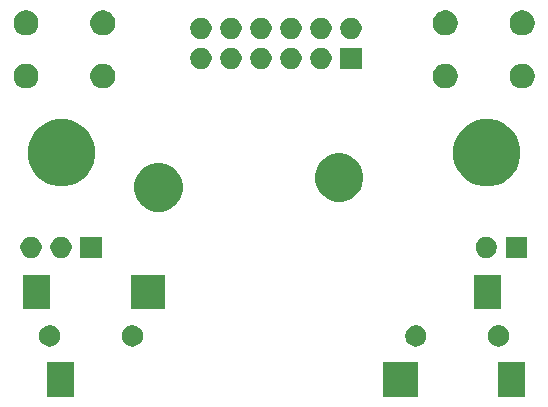
<source format=gbr>
G04 #@! TF.GenerationSoftware,KiCad,Pcbnew,(5.1.5-0-10_14)*
G04 #@! TF.CreationDate,2020-08-02T20:19:12-07:00*
G04 #@! TF.ProjectId,Programmer_Board,50726f67-7261-46d6-9d65-725f426f6172,rev?*
G04 #@! TF.SameCoordinates,Original*
G04 #@! TF.FileFunction,Soldermask,Bot*
G04 #@! TF.FilePolarity,Negative*
%FSLAX46Y46*%
G04 Gerber Fmt 4.6, Leading zero omitted, Abs format (unit mm)*
G04 Created by KiCad (PCBNEW (5.1.5-0-10_14)) date 2020-08-02 20:19:12*
%MOMM*%
%LPD*%
G04 APERTURE LIST*
%ADD10C,0.100000*%
G04 APERTURE END LIST*
D10*
G36*
X145751000Y-93151000D02*
G01*
X143449000Y-93151000D01*
X143449000Y-90249000D01*
X145751000Y-90249000D01*
X145751000Y-93151000D01*
G37*
G36*
X136651000Y-93151000D02*
G01*
X133749000Y-93151000D01*
X133749000Y-90249000D01*
X136651000Y-90249000D01*
X136651000Y-93151000D01*
G37*
G36*
X107551000Y-93151000D02*
G01*
X105249000Y-93151000D01*
X105249000Y-90249000D01*
X107551000Y-90249000D01*
X107551000Y-93151000D01*
G37*
G36*
X143613512Y-87103927D02*
G01*
X143762812Y-87133624D01*
X143926784Y-87201544D01*
X144074354Y-87300147D01*
X144199853Y-87425646D01*
X144298456Y-87573216D01*
X144366376Y-87737188D01*
X144401000Y-87911259D01*
X144401000Y-88088741D01*
X144366376Y-88262812D01*
X144298456Y-88426784D01*
X144199853Y-88574354D01*
X144074354Y-88699853D01*
X143926784Y-88798456D01*
X143762812Y-88866376D01*
X143613512Y-88896073D01*
X143588742Y-88901000D01*
X143411258Y-88901000D01*
X143386488Y-88896073D01*
X143237188Y-88866376D01*
X143073216Y-88798456D01*
X142925646Y-88699853D01*
X142800147Y-88574354D01*
X142701544Y-88426784D01*
X142633624Y-88262812D01*
X142599000Y-88088741D01*
X142599000Y-87911259D01*
X142633624Y-87737188D01*
X142701544Y-87573216D01*
X142800147Y-87425646D01*
X142925646Y-87300147D01*
X143073216Y-87201544D01*
X143237188Y-87133624D01*
X143386488Y-87103927D01*
X143411258Y-87099000D01*
X143588742Y-87099000D01*
X143613512Y-87103927D01*
G37*
G36*
X136613512Y-87103927D02*
G01*
X136762812Y-87133624D01*
X136926784Y-87201544D01*
X137074354Y-87300147D01*
X137199853Y-87425646D01*
X137298456Y-87573216D01*
X137366376Y-87737188D01*
X137401000Y-87911259D01*
X137401000Y-88088741D01*
X137366376Y-88262812D01*
X137298456Y-88426784D01*
X137199853Y-88574354D01*
X137074354Y-88699853D01*
X136926784Y-88798456D01*
X136762812Y-88866376D01*
X136613512Y-88896073D01*
X136588742Y-88901000D01*
X136411258Y-88901000D01*
X136386488Y-88896073D01*
X136237188Y-88866376D01*
X136073216Y-88798456D01*
X135925646Y-88699853D01*
X135800147Y-88574354D01*
X135701544Y-88426784D01*
X135633624Y-88262812D01*
X135599000Y-88088741D01*
X135599000Y-87911259D01*
X135633624Y-87737188D01*
X135701544Y-87573216D01*
X135800147Y-87425646D01*
X135925646Y-87300147D01*
X136073216Y-87201544D01*
X136237188Y-87133624D01*
X136386488Y-87103927D01*
X136411258Y-87099000D01*
X136588742Y-87099000D01*
X136613512Y-87103927D01*
G37*
G36*
X112613512Y-87103927D02*
G01*
X112762812Y-87133624D01*
X112926784Y-87201544D01*
X113074354Y-87300147D01*
X113199853Y-87425646D01*
X113298456Y-87573216D01*
X113366376Y-87737188D01*
X113401000Y-87911259D01*
X113401000Y-88088741D01*
X113366376Y-88262812D01*
X113298456Y-88426784D01*
X113199853Y-88574354D01*
X113074354Y-88699853D01*
X112926784Y-88798456D01*
X112762812Y-88866376D01*
X112613512Y-88896073D01*
X112588742Y-88901000D01*
X112411258Y-88901000D01*
X112386488Y-88896073D01*
X112237188Y-88866376D01*
X112073216Y-88798456D01*
X111925646Y-88699853D01*
X111800147Y-88574354D01*
X111701544Y-88426784D01*
X111633624Y-88262812D01*
X111599000Y-88088741D01*
X111599000Y-87911259D01*
X111633624Y-87737188D01*
X111701544Y-87573216D01*
X111800147Y-87425646D01*
X111925646Y-87300147D01*
X112073216Y-87201544D01*
X112237188Y-87133624D01*
X112386488Y-87103927D01*
X112411258Y-87099000D01*
X112588742Y-87099000D01*
X112613512Y-87103927D01*
G37*
G36*
X105613512Y-87103927D02*
G01*
X105762812Y-87133624D01*
X105926784Y-87201544D01*
X106074354Y-87300147D01*
X106199853Y-87425646D01*
X106298456Y-87573216D01*
X106366376Y-87737188D01*
X106401000Y-87911259D01*
X106401000Y-88088741D01*
X106366376Y-88262812D01*
X106298456Y-88426784D01*
X106199853Y-88574354D01*
X106074354Y-88699853D01*
X105926784Y-88798456D01*
X105762812Y-88866376D01*
X105613512Y-88896073D01*
X105588742Y-88901000D01*
X105411258Y-88901000D01*
X105386488Y-88896073D01*
X105237188Y-88866376D01*
X105073216Y-88798456D01*
X104925646Y-88699853D01*
X104800147Y-88574354D01*
X104701544Y-88426784D01*
X104633624Y-88262812D01*
X104599000Y-88088741D01*
X104599000Y-87911259D01*
X104633624Y-87737188D01*
X104701544Y-87573216D01*
X104800147Y-87425646D01*
X104925646Y-87300147D01*
X105073216Y-87201544D01*
X105237188Y-87133624D01*
X105386488Y-87103927D01*
X105411258Y-87099000D01*
X105588742Y-87099000D01*
X105613512Y-87103927D01*
G37*
G36*
X143751000Y-85751000D02*
G01*
X141449000Y-85751000D01*
X141449000Y-82849000D01*
X143751000Y-82849000D01*
X143751000Y-85751000D01*
G37*
G36*
X115251000Y-85751000D02*
G01*
X112349000Y-85751000D01*
X112349000Y-82849000D01*
X115251000Y-82849000D01*
X115251000Y-85751000D01*
G37*
G36*
X105551000Y-85751000D02*
G01*
X103249000Y-85751000D01*
X103249000Y-82849000D01*
X105551000Y-82849000D01*
X105551000Y-85751000D01*
G37*
G36*
X142573512Y-79603927D02*
G01*
X142722812Y-79633624D01*
X142886784Y-79701544D01*
X143034354Y-79800147D01*
X143159853Y-79925646D01*
X143258456Y-80073216D01*
X143326376Y-80237188D01*
X143361000Y-80411259D01*
X143361000Y-80588741D01*
X143326376Y-80762812D01*
X143258456Y-80926784D01*
X143159853Y-81074354D01*
X143034354Y-81199853D01*
X142886784Y-81298456D01*
X142722812Y-81366376D01*
X142573512Y-81396073D01*
X142548742Y-81401000D01*
X142371258Y-81401000D01*
X142346488Y-81396073D01*
X142197188Y-81366376D01*
X142033216Y-81298456D01*
X141885646Y-81199853D01*
X141760147Y-81074354D01*
X141661544Y-80926784D01*
X141593624Y-80762812D01*
X141559000Y-80588741D01*
X141559000Y-80411259D01*
X141593624Y-80237188D01*
X141661544Y-80073216D01*
X141760147Y-79925646D01*
X141885646Y-79800147D01*
X142033216Y-79701544D01*
X142197188Y-79633624D01*
X142346488Y-79603927D01*
X142371258Y-79599000D01*
X142548742Y-79599000D01*
X142573512Y-79603927D01*
G37*
G36*
X145901000Y-81401000D02*
G01*
X144099000Y-81401000D01*
X144099000Y-79599000D01*
X145901000Y-79599000D01*
X145901000Y-81401000D01*
G37*
G36*
X104033512Y-79603927D02*
G01*
X104182812Y-79633624D01*
X104346784Y-79701544D01*
X104494354Y-79800147D01*
X104619853Y-79925646D01*
X104718456Y-80073216D01*
X104786376Y-80237188D01*
X104821000Y-80411259D01*
X104821000Y-80588741D01*
X104786376Y-80762812D01*
X104718456Y-80926784D01*
X104619853Y-81074354D01*
X104494354Y-81199853D01*
X104346784Y-81298456D01*
X104182812Y-81366376D01*
X104033512Y-81396073D01*
X104008742Y-81401000D01*
X103831258Y-81401000D01*
X103806488Y-81396073D01*
X103657188Y-81366376D01*
X103493216Y-81298456D01*
X103345646Y-81199853D01*
X103220147Y-81074354D01*
X103121544Y-80926784D01*
X103053624Y-80762812D01*
X103019000Y-80588741D01*
X103019000Y-80411259D01*
X103053624Y-80237188D01*
X103121544Y-80073216D01*
X103220147Y-79925646D01*
X103345646Y-79800147D01*
X103493216Y-79701544D01*
X103657188Y-79633624D01*
X103806488Y-79603927D01*
X103831258Y-79599000D01*
X104008742Y-79599000D01*
X104033512Y-79603927D01*
G37*
G36*
X106573512Y-79603927D02*
G01*
X106722812Y-79633624D01*
X106886784Y-79701544D01*
X107034354Y-79800147D01*
X107159853Y-79925646D01*
X107258456Y-80073216D01*
X107326376Y-80237188D01*
X107361000Y-80411259D01*
X107361000Y-80588741D01*
X107326376Y-80762812D01*
X107258456Y-80926784D01*
X107159853Y-81074354D01*
X107034354Y-81199853D01*
X106886784Y-81298456D01*
X106722812Y-81366376D01*
X106573512Y-81396073D01*
X106548742Y-81401000D01*
X106371258Y-81401000D01*
X106346488Y-81396073D01*
X106197188Y-81366376D01*
X106033216Y-81298456D01*
X105885646Y-81199853D01*
X105760147Y-81074354D01*
X105661544Y-80926784D01*
X105593624Y-80762812D01*
X105559000Y-80588741D01*
X105559000Y-80411259D01*
X105593624Y-80237188D01*
X105661544Y-80073216D01*
X105760147Y-79925646D01*
X105885646Y-79800147D01*
X106033216Y-79701544D01*
X106197188Y-79633624D01*
X106346488Y-79603927D01*
X106371258Y-79599000D01*
X106548742Y-79599000D01*
X106573512Y-79603927D01*
G37*
G36*
X109901000Y-81401000D02*
G01*
X108099000Y-81401000D01*
X108099000Y-79599000D01*
X109901000Y-79599000D01*
X109901000Y-81401000D01*
G37*
G36*
X115308254Y-73447818D02*
G01*
X115681511Y-73602426D01*
X115681513Y-73602427D01*
X116017436Y-73826884D01*
X116303116Y-74112564D01*
X116493835Y-74397994D01*
X116527574Y-74448489D01*
X116682182Y-74821746D01*
X116761000Y-75217993D01*
X116761000Y-75622007D01*
X116682182Y-76018254D01*
X116527574Y-76391511D01*
X116527573Y-76391513D01*
X116303116Y-76727436D01*
X116017436Y-77013116D01*
X115681513Y-77237573D01*
X115681512Y-77237574D01*
X115681511Y-77237574D01*
X115308254Y-77392182D01*
X114912007Y-77471000D01*
X114507993Y-77471000D01*
X114111746Y-77392182D01*
X113738489Y-77237574D01*
X113738488Y-77237574D01*
X113738487Y-77237573D01*
X113402564Y-77013116D01*
X113116884Y-76727436D01*
X112892427Y-76391513D01*
X112892426Y-76391511D01*
X112737818Y-76018254D01*
X112659000Y-75622007D01*
X112659000Y-75217993D01*
X112737818Y-74821746D01*
X112892426Y-74448489D01*
X112926166Y-74397994D01*
X113116884Y-74112564D01*
X113402564Y-73826884D01*
X113738487Y-73602427D01*
X113738489Y-73602426D01*
X114111746Y-73447818D01*
X114507993Y-73369000D01*
X114912007Y-73369000D01*
X115308254Y-73447818D01*
G37*
G36*
X130598254Y-72627818D02*
G01*
X130967583Y-72780799D01*
X130971513Y-72782427D01*
X131307436Y-73006884D01*
X131593116Y-73292564D01*
X131800160Y-73602426D01*
X131817574Y-73628489D01*
X131972182Y-74001746D01*
X132051000Y-74397993D01*
X132051000Y-74802007D01*
X131972182Y-75198254D01*
X131817574Y-75571511D01*
X131817573Y-75571513D01*
X131593116Y-75907436D01*
X131307436Y-76193116D01*
X130971513Y-76417573D01*
X130971512Y-76417574D01*
X130971511Y-76417574D01*
X130598254Y-76572182D01*
X130202007Y-76651000D01*
X129797993Y-76651000D01*
X129401746Y-76572182D01*
X129028489Y-76417574D01*
X129028488Y-76417574D01*
X129028487Y-76417573D01*
X128692564Y-76193116D01*
X128406884Y-75907436D01*
X128182427Y-75571513D01*
X128182426Y-75571511D01*
X128027818Y-75198254D01*
X127949000Y-74802007D01*
X127949000Y-74397993D01*
X128027818Y-74001746D01*
X128182426Y-73628489D01*
X128199841Y-73602426D01*
X128406884Y-73292564D01*
X128692564Y-73006884D01*
X129028487Y-72782427D01*
X129032417Y-72780799D01*
X129401746Y-72627818D01*
X129797993Y-72549000D01*
X130202007Y-72549000D01*
X130598254Y-72627818D01*
G37*
G36*
X143331606Y-69758562D02*
G01*
X143850455Y-69973476D01*
X144317407Y-70285484D01*
X144714516Y-70682593D01*
X145026524Y-71149545D01*
X145241438Y-71668394D01*
X145241438Y-71668395D01*
X145351000Y-72219200D01*
X145351000Y-72780800D01*
X145350676Y-72782427D01*
X145241438Y-73331606D01*
X145026524Y-73850455D01*
X144714516Y-74317407D01*
X144317407Y-74714516D01*
X143850455Y-75026524D01*
X143331606Y-75241438D01*
X142780800Y-75351000D01*
X142219200Y-75351000D01*
X141668394Y-75241438D01*
X141149545Y-75026524D01*
X140682593Y-74714516D01*
X140285484Y-74317407D01*
X139973476Y-73850455D01*
X139758562Y-73331606D01*
X139649324Y-72782427D01*
X139649000Y-72780800D01*
X139649000Y-72219200D01*
X139758562Y-71668395D01*
X139758562Y-71668394D01*
X139973476Y-71149545D01*
X140285484Y-70682593D01*
X140682593Y-70285484D01*
X141149545Y-69973476D01*
X141668394Y-69758562D01*
X142219200Y-69649000D01*
X142780800Y-69649000D01*
X143331606Y-69758562D01*
G37*
G36*
X107331606Y-69758562D02*
G01*
X107850455Y-69973476D01*
X108317407Y-70285484D01*
X108714516Y-70682593D01*
X109026524Y-71149545D01*
X109241438Y-71668394D01*
X109241438Y-71668395D01*
X109351000Y-72219200D01*
X109351000Y-72780800D01*
X109350676Y-72782427D01*
X109241438Y-73331606D01*
X109026524Y-73850455D01*
X108714516Y-74317407D01*
X108317407Y-74714516D01*
X107850455Y-75026524D01*
X107331606Y-75241438D01*
X106780800Y-75351000D01*
X106219200Y-75351000D01*
X105668394Y-75241438D01*
X105149545Y-75026524D01*
X104682593Y-74714516D01*
X104285484Y-74317407D01*
X103973476Y-73850455D01*
X103758562Y-73331606D01*
X103649324Y-72782427D01*
X103649000Y-72780800D01*
X103649000Y-72219200D01*
X103758562Y-71668395D01*
X103758562Y-71668394D01*
X103973476Y-71149545D01*
X104285484Y-70682593D01*
X104682593Y-70285484D01*
X105149545Y-69973476D01*
X105668394Y-69758562D01*
X106219200Y-69649000D01*
X106780800Y-69649000D01*
X107331606Y-69758562D01*
G37*
G36*
X110306564Y-64989389D02*
G01*
X110497833Y-65068615D01*
X110497835Y-65068616D01*
X110669973Y-65183635D01*
X110816365Y-65330027D01*
X110931385Y-65502167D01*
X111010611Y-65693436D01*
X111051000Y-65896484D01*
X111051000Y-66103516D01*
X111010611Y-66306564D01*
X110931385Y-66497833D01*
X110931384Y-66497835D01*
X110816365Y-66669973D01*
X110669973Y-66816365D01*
X110497835Y-66931384D01*
X110497834Y-66931385D01*
X110497833Y-66931385D01*
X110306564Y-67010611D01*
X110103516Y-67051000D01*
X109896484Y-67051000D01*
X109693436Y-67010611D01*
X109502167Y-66931385D01*
X109502166Y-66931385D01*
X109502165Y-66931384D01*
X109330027Y-66816365D01*
X109183635Y-66669973D01*
X109068616Y-66497835D01*
X109068615Y-66497833D01*
X108989389Y-66306564D01*
X108949000Y-66103516D01*
X108949000Y-65896484D01*
X108989389Y-65693436D01*
X109068615Y-65502167D01*
X109183635Y-65330027D01*
X109330027Y-65183635D01*
X109502165Y-65068616D01*
X109502167Y-65068615D01*
X109693436Y-64989389D01*
X109896484Y-64949000D01*
X110103516Y-64949000D01*
X110306564Y-64989389D01*
G37*
G36*
X139306564Y-64989389D02*
G01*
X139497833Y-65068615D01*
X139497835Y-65068616D01*
X139669973Y-65183635D01*
X139816365Y-65330027D01*
X139931385Y-65502167D01*
X140010611Y-65693436D01*
X140051000Y-65896484D01*
X140051000Y-66103516D01*
X140010611Y-66306564D01*
X139931385Y-66497833D01*
X139931384Y-66497835D01*
X139816365Y-66669973D01*
X139669973Y-66816365D01*
X139497835Y-66931384D01*
X139497834Y-66931385D01*
X139497833Y-66931385D01*
X139306564Y-67010611D01*
X139103516Y-67051000D01*
X138896484Y-67051000D01*
X138693436Y-67010611D01*
X138502167Y-66931385D01*
X138502166Y-66931385D01*
X138502165Y-66931384D01*
X138330027Y-66816365D01*
X138183635Y-66669973D01*
X138068616Y-66497835D01*
X138068615Y-66497833D01*
X137989389Y-66306564D01*
X137949000Y-66103516D01*
X137949000Y-65896484D01*
X137989389Y-65693436D01*
X138068615Y-65502167D01*
X138183635Y-65330027D01*
X138330027Y-65183635D01*
X138502165Y-65068616D01*
X138502167Y-65068615D01*
X138693436Y-64989389D01*
X138896484Y-64949000D01*
X139103516Y-64949000D01*
X139306564Y-64989389D01*
G37*
G36*
X103806564Y-64989389D02*
G01*
X103997833Y-65068615D01*
X103997835Y-65068616D01*
X104169973Y-65183635D01*
X104316365Y-65330027D01*
X104431385Y-65502167D01*
X104510611Y-65693436D01*
X104551000Y-65896484D01*
X104551000Y-66103516D01*
X104510611Y-66306564D01*
X104431385Y-66497833D01*
X104431384Y-66497835D01*
X104316365Y-66669973D01*
X104169973Y-66816365D01*
X103997835Y-66931384D01*
X103997834Y-66931385D01*
X103997833Y-66931385D01*
X103806564Y-67010611D01*
X103603516Y-67051000D01*
X103396484Y-67051000D01*
X103193436Y-67010611D01*
X103002167Y-66931385D01*
X103002166Y-66931385D01*
X103002165Y-66931384D01*
X102830027Y-66816365D01*
X102683635Y-66669973D01*
X102568616Y-66497835D01*
X102568615Y-66497833D01*
X102489389Y-66306564D01*
X102449000Y-66103516D01*
X102449000Y-65896484D01*
X102489389Y-65693436D01*
X102568615Y-65502167D01*
X102683635Y-65330027D01*
X102830027Y-65183635D01*
X103002165Y-65068616D01*
X103002167Y-65068615D01*
X103193436Y-64989389D01*
X103396484Y-64949000D01*
X103603516Y-64949000D01*
X103806564Y-64989389D01*
G37*
G36*
X145806564Y-64989389D02*
G01*
X145997833Y-65068615D01*
X145997835Y-65068616D01*
X146169973Y-65183635D01*
X146316365Y-65330027D01*
X146431385Y-65502167D01*
X146510611Y-65693436D01*
X146551000Y-65896484D01*
X146551000Y-66103516D01*
X146510611Y-66306564D01*
X146431385Y-66497833D01*
X146431384Y-66497835D01*
X146316365Y-66669973D01*
X146169973Y-66816365D01*
X145997835Y-66931384D01*
X145997834Y-66931385D01*
X145997833Y-66931385D01*
X145806564Y-67010611D01*
X145603516Y-67051000D01*
X145396484Y-67051000D01*
X145193436Y-67010611D01*
X145002167Y-66931385D01*
X145002166Y-66931385D01*
X145002165Y-66931384D01*
X144830027Y-66816365D01*
X144683635Y-66669973D01*
X144568616Y-66497835D01*
X144568615Y-66497833D01*
X144489389Y-66306564D01*
X144449000Y-66103516D01*
X144449000Y-65896484D01*
X144489389Y-65693436D01*
X144568615Y-65502167D01*
X144683635Y-65330027D01*
X144830027Y-65183635D01*
X145002165Y-65068616D01*
X145002167Y-65068615D01*
X145193436Y-64989389D01*
X145396484Y-64949000D01*
X145603516Y-64949000D01*
X145806564Y-64989389D01*
G37*
G36*
X131901000Y-65401000D02*
G01*
X130099000Y-65401000D01*
X130099000Y-63599000D01*
X131901000Y-63599000D01*
X131901000Y-65401000D01*
G37*
G36*
X128573512Y-63603927D02*
G01*
X128722812Y-63633624D01*
X128886784Y-63701544D01*
X129034354Y-63800147D01*
X129159853Y-63925646D01*
X129258456Y-64073216D01*
X129326376Y-64237188D01*
X129361000Y-64411259D01*
X129361000Y-64588741D01*
X129326376Y-64762812D01*
X129258456Y-64926784D01*
X129159853Y-65074354D01*
X129034354Y-65199853D01*
X128886784Y-65298456D01*
X128722812Y-65366376D01*
X128573512Y-65396073D01*
X128548742Y-65401000D01*
X128371258Y-65401000D01*
X128346488Y-65396073D01*
X128197188Y-65366376D01*
X128033216Y-65298456D01*
X127885646Y-65199853D01*
X127760147Y-65074354D01*
X127661544Y-64926784D01*
X127593624Y-64762812D01*
X127559000Y-64588741D01*
X127559000Y-64411259D01*
X127593624Y-64237188D01*
X127661544Y-64073216D01*
X127760147Y-63925646D01*
X127885646Y-63800147D01*
X128033216Y-63701544D01*
X128197188Y-63633624D01*
X128346488Y-63603927D01*
X128371258Y-63599000D01*
X128548742Y-63599000D01*
X128573512Y-63603927D01*
G37*
G36*
X126033512Y-63603927D02*
G01*
X126182812Y-63633624D01*
X126346784Y-63701544D01*
X126494354Y-63800147D01*
X126619853Y-63925646D01*
X126718456Y-64073216D01*
X126786376Y-64237188D01*
X126821000Y-64411259D01*
X126821000Y-64588741D01*
X126786376Y-64762812D01*
X126718456Y-64926784D01*
X126619853Y-65074354D01*
X126494354Y-65199853D01*
X126346784Y-65298456D01*
X126182812Y-65366376D01*
X126033512Y-65396073D01*
X126008742Y-65401000D01*
X125831258Y-65401000D01*
X125806488Y-65396073D01*
X125657188Y-65366376D01*
X125493216Y-65298456D01*
X125345646Y-65199853D01*
X125220147Y-65074354D01*
X125121544Y-64926784D01*
X125053624Y-64762812D01*
X125019000Y-64588741D01*
X125019000Y-64411259D01*
X125053624Y-64237188D01*
X125121544Y-64073216D01*
X125220147Y-63925646D01*
X125345646Y-63800147D01*
X125493216Y-63701544D01*
X125657188Y-63633624D01*
X125806488Y-63603927D01*
X125831258Y-63599000D01*
X126008742Y-63599000D01*
X126033512Y-63603927D01*
G37*
G36*
X118413512Y-63603927D02*
G01*
X118562812Y-63633624D01*
X118726784Y-63701544D01*
X118874354Y-63800147D01*
X118999853Y-63925646D01*
X119098456Y-64073216D01*
X119166376Y-64237188D01*
X119201000Y-64411259D01*
X119201000Y-64588741D01*
X119166376Y-64762812D01*
X119098456Y-64926784D01*
X118999853Y-65074354D01*
X118874354Y-65199853D01*
X118726784Y-65298456D01*
X118562812Y-65366376D01*
X118413512Y-65396073D01*
X118388742Y-65401000D01*
X118211258Y-65401000D01*
X118186488Y-65396073D01*
X118037188Y-65366376D01*
X117873216Y-65298456D01*
X117725646Y-65199853D01*
X117600147Y-65074354D01*
X117501544Y-64926784D01*
X117433624Y-64762812D01*
X117399000Y-64588741D01*
X117399000Y-64411259D01*
X117433624Y-64237188D01*
X117501544Y-64073216D01*
X117600147Y-63925646D01*
X117725646Y-63800147D01*
X117873216Y-63701544D01*
X118037188Y-63633624D01*
X118186488Y-63603927D01*
X118211258Y-63599000D01*
X118388742Y-63599000D01*
X118413512Y-63603927D01*
G37*
G36*
X123493512Y-63603927D02*
G01*
X123642812Y-63633624D01*
X123806784Y-63701544D01*
X123954354Y-63800147D01*
X124079853Y-63925646D01*
X124178456Y-64073216D01*
X124246376Y-64237188D01*
X124281000Y-64411259D01*
X124281000Y-64588741D01*
X124246376Y-64762812D01*
X124178456Y-64926784D01*
X124079853Y-65074354D01*
X123954354Y-65199853D01*
X123806784Y-65298456D01*
X123642812Y-65366376D01*
X123493512Y-65396073D01*
X123468742Y-65401000D01*
X123291258Y-65401000D01*
X123266488Y-65396073D01*
X123117188Y-65366376D01*
X122953216Y-65298456D01*
X122805646Y-65199853D01*
X122680147Y-65074354D01*
X122581544Y-64926784D01*
X122513624Y-64762812D01*
X122479000Y-64588741D01*
X122479000Y-64411259D01*
X122513624Y-64237188D01*
X122581544Y-64073216D01*
X122680147Y-63925646D01*
X122805646Y-63800147D01*
X122953216Y-63701544D01*
X123117188Y-63633624D01*
X123266488Y-63603927D01*
X123291258Y-63599000D01*
X123468742Y-63599000D01*
X123493512Y-63603927D01*
G37*
G36*
X120953512Y-63603927D02*
G01*
X121102812Y-63633624D01*
X121266784Y-63701544D01*
X121414354Y-63800147D01*
X121539853Y-63925646D01*
X121638456Y-64073216D01*
X121706376Y-64237188D01*
X121741000Y-64411259D01*
X121741000Y-64588741D01*
X121706376Y-64762812D01*
X121638456Y-64926784D01*
X121539853Y-65074354D01*
X121414354Y-65199853D01*
X121266784Y-65298456D01*
X121102812Y-65366376D01*
X120953512Y-65396073D01*
X120928742Y-65401000D01*
X120751258Y-65401000D01*
X120726488Y-65396073D01*
X120577188Y-65366376D01*
X120413216Y-65298456D01*
X120265646Y-65199853D01*
X120140147Y-65074354D01*
X120041544Y-64926784D01*
X119973624Y-64762812D01*
X119939000Y-64588741D01*
X119939000Y-64411259D01*
X119973624Y-64237188D01*
X120041544Y-64073216D01*
X120140147Y-63925646D01*
X120265646Y-63800147D01*
X120413216Y-63701544D01*
X120577188Y-63633624D01*
X120726488Y-63603927D01*
X120751258Y-63599000D01*
X120928742Y-63599000D01*
X120953512Y-63603927D01*
G37*
G36*
X126033512Y-61063927D02*
G01*
X126182812Y-61093624D01*
X126346784Y-61161544D01*
X126494354Y-61260147D01*
X126619853Y-61385646D01*
X126718456Y-61533216D01*
X126786376Y-61697188D01*
X126821000Y-61871259D01*
X126821000Y-62048741D01*
X126786376Y-62222812D01*
X126718456Y-62386784D01*
X126619853Y-62534354D01*
X126494354Y-62659853D01*
X126346784Y-62758456D01*
X126182812Y-62826376D01*
X126033512Y-62856073D01*
X126008742Y-62861000D01*
X125831258Y-62861000D01*
X125806488Y-62856073D01*
X125657188Y-62826376D01*
X125493216Y-62758456D01*
X125345646Y-62659853D01*
X125220147Y-62534354D01*
X125121544Y-62386784D01*
X125053624Y-62222812D01*
X125019000Y-62048741D01*
X125019000Y-61871259D01*
X125053624Y-61697188D01*
X125121544Y-61533216D01*
X125220147Y-61385646D01*
X125345646Y-61260147D01*
X125493216Y-61161544D01*
X125657188Y-61093624D01*
X125806488Y-61063927D01*
X125831258Y-61059000D01*
X126008742Y-61059000D01*
X126033512Y-61063927D01*
G37*
G36*
X131113512Y-61063927D02*
G01*
X131262812Y-61093624D01*
X131426784Y-61161544D01*
X131574354Y-61260147D01*
X131699853Y-61385646D01*
X131798456Y-61533216D01*
X131866376Y-61697188D01*
X131901000Y-61871259D01*
X131901000Y-62048741D01*
X131866376Y-62222812D01*
X131798456Y-62386784D01*
X131699853Y-62534354D01*
X131574354Y-62659853D01*
X131426784Y-62758456D01*
X131262812Y-62826376D01*
X131113512Y-62856073D01*
X131088742Y-62861000D01*
X130911258Y-62861000D01*
X130886488Y-62856073D01*
X130737188Y-62826376D01*
X130573216Y-62758456D01*
X130425646Y-62659853D01*
X130300147Y-62534354D01*
X130201544Y-62386784D01*
X130133624Y-62222812D01*
X130099000Y-62048741D01*
X130099000Y-61871259D01*
X130133624Y-61697188D01*
X130201544Y-61533216D01*
X130300147Y-61385646D01*
X130425646Y-61260147D01*
X130573216Y-61161544D01*
X130737188Y-61093624D01*
X130886488Y-61063927D01*
X130911258Y-61059000D01*
X131088742Y-61059000D01*
X131113512Y-61063927D01*
G37*
G36*
X128573512Y-61063927D02*
G01*
X128722812Y-61093624D01*
X128886784Y-61161544D01*
X129034354Y-61260147D01*
X129159853Y-61385646D01*
X129258456Y-61533216D01*
X129326376Y-61697188D01*
X129361000Y-61871259D01*
X129361000Y-62048741D01*
X129326376Y-62222812D01*
X129258456Y-62386784D01*
X129159853Y-62534354D01*
X129034354Y-62659853D01*
X128886784Y-62758456D01*
X128722812Y-62826376D01*
X128573512Y-62856073D01*
X128548742Y-62861000D01*
X128371258Y-62861000D01*
X128346488Y-62856073D01*
X128197188Y-62826376D01*
X128033216Y-62758456D01*
X127885646Y-62659853D01*
X127760147Y-62534354D01*
X127661544Y-62386784D01*
X127593624Y-62222812D01*
X127559000Y-62048741D01*
X127559000Y-61871259D01*
X127593624Y-61697188D01*
X127661544Y-61533216D01*
X127760147Y-61385646D01*
X127885646Y-61260147D01*
X128033216Y-61161544D01*
X128197188Y-61093624D01*
X128346488Y-61063927D01*
X128371258Y-61059000D01*
X128548742Y-61059000D01*
X128573512Y-61063927D01*
G37*
G36*
X118413512Y-61063927D02*
G01*
X118562812Y-61093624D01*
X118726784Y-61161544D01*
X118874354Y-61260147D01*
X118999853Y-61385646D01*
X119098456Y-61533216D01*
X119166376Y-61697188D01*
X119201000Y-61871259D01*
X119201000Y-62048741D01*
X119166376Y-62222812D01*
X119098456Y-62386784D01*
X118999853Y-62534354D01*
X118874354Y-62659853D01*
X118726784Y-62758456D01*
X118562812Y-62826376D01*
X118413512Y-62856073D01*
X118388742Y-62861000D01*
X118211258Y-62861000D01*
X118186488Y-62856073D01*
X118037188Y-62826376D01*
X117873216Y-62758456D01*
X117725646Y-62659853D01*
X117600147Y-62534354D01*
X117501544Y-62386784D01*
X117433624Y-62222812D01*
X117399000Y-62048741D01*
X117399000Y-61871259D01*
X117433624Y-61697188D01*
X117501544Y-61533216D01*
X117600147Y-61385646D01*
X117725646Y-61260147D01*
X117873216Y-61161544D01*
X118037188Y-61093624D01*
X118186488Y-61063927D01*
X118211258Y-61059000D01*
X118388742Y-61059000D01*
X118413512Y-61063927D01*
G37*
G36*
X120953512Y-61063927D02*
G01*
X121102812Y-61093624D01*
X121266784Y-61161544D01*
X121414354Y-61260147D01*
X121539853Y-61385646D01*
X121638456Y-61533216D01*
X121706376Y-61697188D01*
X121741000Y-61871259D01*
X121741000Y-62048741D01*
X121706376Y-62222812D01*
X121638456Y-62386784D01*
X121539853Y-62534354D01*
X121414354Y-62659853D01*
X121266784Y-62758456D01*
X121102812Y-62826376D01*
X120953512Y-62856073D01*
X120928742Y-62861000D01*
X120751258Y-62861000D01*
X120726488Y-62856073D01*
X120577188Y-62826376D01*
X120413216Y-62758456D01*
X120265646Y-62659853D01*
X120140147Y-62534354D01*
X120041544Y-62386784D01*
X119973624Y-62222812D01*
X119939000Y-62048741D01*
X119939000Y-61871259D01*
X119973624Y-61697188D01*
X120041544Y-61533216D01*
X120140147Y-61385646D01*
X120265646Y-61260147D01*
X120413216Y-61161544D01*
X120577188Y-61093624D01*
X120726488Y-61063927D01*
X120751258Y-61059000D01*
X120928742Y-61059000D01*
X120953512Y-61063927D01*
G37*
G36*
X123493512Y-61063927D02*
G01*
X123642812Y-61093624D01*
X123806784Y-61161544D01*
X123954354Y-61260147D01*
X124079853Y-61385646D01*
X124178456Y-61533216D01*
X124246376Y-61697188D01*
X124281000Y-61871259D01*
X124281000Y-62048741D01*
X124246376Y-62222812D01*
X124178456Y-62386784D01*
X124079853Y-62534354D01*
X123954354Y-62659853D01*
X123806784Y-62758456D01*
X123642812Y-62826376D01*
X123493512Y-62856073D01*
X123468742Y-62861000D01*
X123291258Y-62861000D01*
X123266488Y-62856073D01*
X123117188Y-62826376D01*
X122953216Y-62758456D01*
X122805646Y-62659853D01*
X122680147Y-62534354D01*
X122581544Y-62386784D01*
X122513624Y-62222812D01*
X122479000Y-62048741D01*
X122479000Y-61871259D01*
X122513624Y-61697188D01*
X122581544Y-61533216D01*
X122680147Y-61385646D01*
X122805646Y-61260147D01*
X122953216Y-61161544D01*
X123117188Y-61093624D01*
X123266488Y-61063927D01*
X123291258Y-61059000D01*
X123468742Y-61059000D01*
X123493512Y-61063927D01*
G37*
G36*
X145806564Y-60489389D02*
G01*
X145997833Y-60568615D01*
X145997835Y-60568616D01*
X146169973Y-60683635D01*
X146316365Y-60830027D01*
X146431385Y-61002167D01*
X146510611Y-61193436D01*
X146551000Y-61396484D01*
X146551000Y-61603516D01*
X146510611Y-61806564D01*
X146431385Y-61997833D01*
X146431384Y-61997835D01*
X146316365Y-62169973D01*
X146169973Y-62316365D01*
X145997835Y-62431384D01*
X145997834Y-62431385D01*
X145997833Y-62431385D01*
X145806564Y-62510611D01*
X145603516Y-62551000D01*
X145396484Y-62551000D01*
X145193436Y-62510611D01*
X145002167Y-62431385D01*
X145002166Y-62431385D01*
X145002165Y-62431384D01*
X144830027Y-62316365D01*
X144683635Y-62169973D01*
X144568616Y-61997835D01*
X144568615Y-61997833D01*
X144489389Y-61806564D01*
X144449000Y-61603516D01*
X144449000Y-61396484D01*
X144489389Y-61193436D01*
X144568615Y-61002167D01*
X144683635Y-60830027D01*
X144830027Y-60683635D01*
X145002165Y-60568616D01*
X145002167Y-60568615D01*
X145193436Y-60489389D01*
X145396484Y-60449000D01*
X145603516Y-60449000D01*
X145806564Y-60489389D01*
G37*
G36*
X110306564Y-60489389D02*
G01*
X110497833Y-60568615D01*
X110497835Y-60568616D01*
X110669973Y-60683635D01*
X110816365Y-60830027D01*
X110931385Y-61002167D01*
X111010611Y-61193436D01*
X111051000Y-61396484D01*
X111051000Y-61603516D01*
X111010611Y-61806564D01*
X110931385Y-61997833D01*
X110931384Y-61997835D01*
X110816365Y-62169973D01*
X110669973Y-62316365D01*
X110497835Y-62431384D01*
X110497834Y-62431385D01*
X110497833Y-62431385D01*
X110306564Y-62510611D01*
X110103516Y-62551000D01*
X109896484Y-62551000D01*
X109693436Y-62510611D01*
X109502167Y-62431385D01*
X109502166Y-62431385D01*
X109502165Y-62431384D01*
X109330027Y-62316365D01*
X109183635Y-62169973D01*
X109068616Y-61997835D01*
X109068615Y-61997833D01*
X108989389Y-61806564D01*
X108949000Y-61603516D01*
X108949000Y-61396484D01*
X108989389Y-61193436D01*
X109068615Y-61002167D01*
X109183635Y-60830027D01*
X109330027Y-60683635D01*
X109502165Y-60568616D01*
X109502167Y-60568615D01*
X109693436Y-60489389D01*
X109896484Y-60449000D01*
X110103516Y-60449000D01*
X110306564Y-60489389D01*
G37*
G36*
X103806564Y-60489389D02*
G01*
X103997833Y-60568615D01*
X103997835Y-60568616D01*
X104169973Y-60683635D01*
X104316365Y-60830027D01*
X104431385Y-61002167D01*
X104510611Y-61193436D01*
X104551000Y-61396484D01*
X104551000Y-61603516D01*
X104510611Y-61806564D01*
X104431385Y-61997833D01*
X104431384Y-61997835D01*
X104316365Y-62169973D01*
X104169973Y-62316365D01*
X103997835Y-62431384D01*
X103997834Y-62431385D01*
X103997833Y-62431385D01*
X103806564Y-62510611D01*
X103603516Y-62551000D01*
X103396484Y-62551000D01*
X103193436Y-62510611D01*
X103002167Y-62431385D01*
X103002166Y-62431385D01*
X103002165Y-62431384D01*
X102830027Y-62316365D01*
X102683635Y-62169973D01*
X102568616Y-61997835D01*
X102568615Y-61997833D01*
X102489389Y-61806564D01*
X102449000Y-61603516D01*
X102449000Y-61396484D01*
X102489389Y-61193436D01*
X102568615Y-61002167D01*
X102683635Y-60830027D01*
X102830027Y-60683635D01*
X103002165Y-60568616D01*
X103002167Y-60568615D01*
X103193436Y-60489389D01*
X103396484Y-60449000D01*
X103603516Y-60449000D01*
X103806564Y-60489389D01*
G37*
G36*
X139306564Y-60489389D02*
G01*
X139497833Y-60568615D01*
X139497835Y-60568616D01*
X139669973Y-60683635D01*
X139816365Y-60830027D01*
X139931385Y-61002167D01*
X140010611Y-61193436D01*
X140051000Y-61396484D01*
X140051000Y-61603516D01*
X140010611Y-61806564D01*
X139931385Y-61997833D01*
X139931384Y-61997835D01*
X139816365Y-62169973D01*
X139669973Y-62316365D01*
X139497835Y-62431384D01*
X139497834Y-62431385D01*
X139497833Y-62431385D01*
X139306564Y-62510611D01*
X139103516Y-62551000D01*
X138896484Y-62551000D01*
X138693436Y-62510611D01*
X138502167Y-62431385D01*
X138502166Y-62431385D01*
X138502165Y-62431384D01*
X138330027Y-62316365D01*
X138183635Y-62169973D01*
X138068616Y-61997835D01*
X138068615Y-61997833D01*
X137989389Y-61806564D01*
X137949000Y-61603516D01*
X137949000Y-61396484D01*
X137989389Y-61193436D01*
X138068615Y-61002167D01*
X138183635Y-60830027D01*
X138330027Y-60683635D01*
X138502165Y-60568616D01*
X138502167Y-60568615D01*
X138693436Y-60489389D01*
X138896484Y-60449000D01*
X139103516Y-60449000D01*
X139306564Y-60489389D01*
G37*
M02*

</source>
